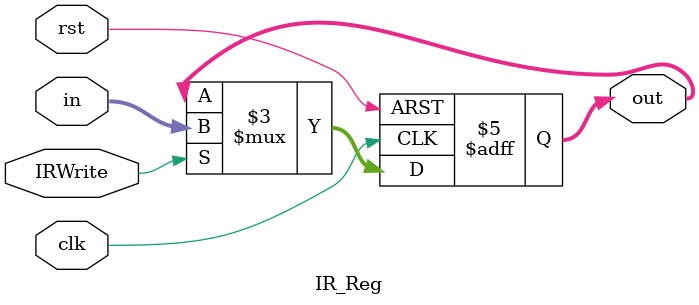
<source format=sv>

module IR_Reg (input clk, rst, input IRWrite, input [15:0] in, output reg [15:0] out);

	initial out = 32'd0;

	always @(posedge clk, posedge rst) begin
		if (rst) out <= 32'd0;
		else if (IRWrite) out <= in;
	end
        
endmodule

</source>
